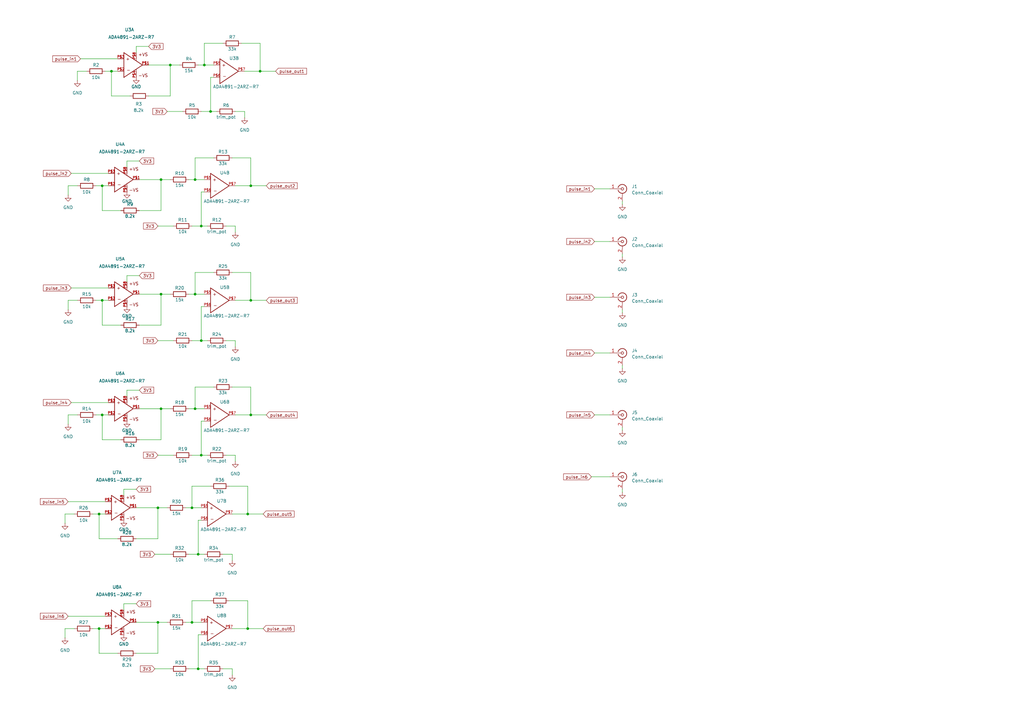
<source format=kicad_sch>
(kicad_sch (version 20250114) (generator "eeschema") (generator_version "9.0")
  (paper "A3")
  (lib_symbols
    (symbol "ADA4891-2ARZ-R7:ADA4891-2ARZ-R7" (pin_names (offset 1.016))
      (property "Reference" "U" (at 7.62 2.54 0))
      (property "Value" "ADA4891-2ARZ-R7" (at 7.62 -3.81 0))
      (symbol "ADA4891-2ARZ-R7_1_0"
        (polyline (pts (xy -2.54 5.08) (xy -2.54 -5.08)) (stroke (width 0.254)))
        (polyline (pts (xy -2.54 -5.08) (xy 5.08 0)) (stroke (width 0.254)))
        (polyline (pts (xy 2.54 2.54) (xy 2.54 1.778)) (stroke (width 0.1524)))
        (polyline (pts (xy 2.54 -2.54) (xy 2.54 -1.778)) (stroke (width 0.1524)))
        (polyline (pts (xy 5.08 0) (xy -2.54 5.08)) (stroke (width 0.254)))
        (text "+" (at -1.778 1.778 0) (effects (font (size 1.27 1.27)) (justify left bottom)))
        (text "-" (at -1.524 -2.794 0) (effects (font (size 1.27 1.27)) (justify left bottom)))
        (text "+VS" (at 3.302 3.556 0) (effects (font (size 1.27 1.27)) (justify left bottom)))
        (text "-VS" (at 3.302 -3.556 0) (effects (font (size 1.27 1.27)) (justify left top)))
        (pin input line (at -5.08 2.54 0) (length 2.54) (name "~") (number "P$3"))
        (pin input line (at -5.08 -2.54 0) (length 2.54) (name "~") (number "P$2"))
        (pin input line (at 2.54 5.08 270) (length 2.54) (name "~") (number "P$8"))
        (pin input line (at 2.54 -5.08 90) (length 2.54) (name "~") (number "P$4"))
        (pin output line (at 7.62 0 180) (length 2.54) (name "~") (number "P$1"))
      )
      (symbol "ADA4891-2ARZ-R7_2_0"
        (polyline (pts (xy -2.54 5.08) (xy -2.54 -5.08)) (stroke (width 0.254)))
        (polyline (pts (xy -2.54 -5.08) (xy 5.08 0)) (stroke (width 0.254)))
        (polyline (pts (xy 5.08 0) (xy -2.54 5.08)) (stroke (width 0.254)))
        (text "+" (at -1.778 1.778 0) (effects (font (size 1.27 1.27)) (justify left bottom)))
        (text "-" (at -1.524 -2.794 0) (effects (font (size 1.27 1.27)) (justify left bottom)))
        (pin input line (at -5.08 2.54 0) (length 2.54) (name "~") (number "P$5"))
        (pin input line (at -5.08 -2.54 0) (length 2.54) (name "~") (number "P$6"))
        (pin output line (at 7.62 0 180) (length 2.54) (name "~") (number "P$7"))
      )
    )
    (symbol "Connector:Conn_Coaxial" (pin_names (offset 1.016) (hide yes))
      (property "Reference" "J" (at 0.254 3.048 0))
      (property "Value" "Conn_Coaxial" (at 2.921 0 90))
      (symbol "Conn_Coaxial_0_1"
        (polyline (pts (xy -2.54 0) (xy -0.508 0)))
        (arc (start 1.778 0) (mid 0.222 -1.8079) (end -1.778 -0.508) (stroke (width 0.254)))
        (arc (start -1.778 0.508) (mid 0.2221 1.8084) (end 1.778 0) (stroke (width 0.254)))
        (circle (center 0 0) (radius 0.508) (stroke (width 0.2032)))
        (polyline (pts (xy 0 -2.54) (xy 0 -1.778)))
      )
      (symbol "Conn_Coaxial_1_1"
        (pin passive line (at -5.08 0 0) (length 2.54) (name "In") (number "1"))
        (pin passive line (at 0 -5.08 90) (length 2.54) (name "Ext") (number "2"))
      )
    )
    (symbol "Device:R" (pin_numbers (hide yes)) (pin_names (offset 0))
      (property "Reference" "R" (at 2.032 0 90))
      (property "Value" "R" (at 0 0 90))
      (symbol "R_0_1"
        (rectangle (start -1.016 -2.54) (end 1.016 2.54) (stroke (width 0.254)))
      )
      (symbol "R_1_1"
        (pin passive line (at 0 3.81 270) (length 1.27) (name "~") (number "1"))
        (pin passive line (at 0 -3.81 90) (length 1.27) (name "~") (number "2"))
      )
    )
    (symbol "power:GND" (power) (pin_numbers (hide yes)) (pin_names (offset 0) (hide yes))
      (property "Value" "GND" (at 0 -3.81 0))
      (symbol "GND_0_1"
        (polyline (pts (xy 0 0) (xy 0 -1.27) (xy 1.27 -1.27) (xy 0 -2.54) (xy -1.27 -1.27) (xy 0 -1.27)))
      )
      (symbol "GND_1_1"
        (pin power_in line (at 0 0 270) (length 0) (name "~") (number "1"))
      )
    )
  )
  (junction (at 82.55 139.7))
  (junction (at 64.77 255.27))
  (junction (at 101.6 210.82))
  (junction (at 40.64 257.81))
  (junction (at 102.87 123.19))
  (junction (at 86.36 45.72))
  (junction (at 66.04 120.65))
  (junction (at 80.01 120.65))
  (junction (at 102.87 76.2))
  (junction (at 78.74 255.27))
  (junction (at 66.04 73.66))
  (junction (at 64.77 208.28))
  (junction (at 106.68 29.21))
  (junction (at 41.91 76.2))
  (junction (at 78.74 208.28))
  (junction (at 40.64 210.82))
  (junction (at 69.85 26.67))
  (junction (at 80.01 73.66))
  (junction (at 41.91 170.18))
  (junction (at 66.04 167.64))
  (junction (at 82.55 186.69))
  (junction (at 101.6 257.81))
  (junction (at 81.28 274.32))
  (junction (at 81.28 227.33))
  (junction (at 83.82 26.67))
  (junction (at 80.01 167.64))
  (junction (at 41.91 123.19))
  (junction (at 82.55 92.71))
  (junction (at 102.87 170.18))
  (junction (at 45.72 29.21))
  (wire (pts (xy 102.87 158.75) (xy 102.87 170.18)))
  (wire (pts (xy 27.94 123.19) (xy 31.75 123.19)))
  (wire (pts (xy 83.82 26.67) (xy 83.82 17.78)))
  (wire (pts (xy 52.07 113.03) (xy 57.15 113.03)))
  (wire (pts (xy 64.77 220.98) (xy 64.77 208.28)))
  (wire (pts (xy 41.91 76.2) (xy 41.91 86.36)))
  (wire (pts (xy 41.91 123.19) (xy 41.91 133.35)))
  (wire (pts (xy 41.91 76.2) (xy 44.45 76.2)))
  (wire (pts (xy 95.25 227.33) (xy 95.25 229.87)))
  (wire (pts (xy 81.28 227.33) (xy 83.82 227.33)))
  (wire (pts (xy 41.91 170.18) (xy 41.91 180.34)))
  (wire (pts (xy 243.84 144.78) (xy 250.19 144.78)))
  (wire (pts (xy 95.25 274.32) (xy 95.25 276.86)))
  (wire (pts (xy 95.25 210.82) (xy 101.6 210.82)))
  (wire (pts (xy 55.88 255.27) (xy 64.77 255.27)))
  (wire (pts (xy 83.82 26.67) (xy 87.63 26.67)))
  (wire (pts (xy 57.15 167.64) (xy 66.04 167.64)))
  (wire (pts (xy 50.8 247.65) (xy 55.88 247.65)))
  (wire (pts (xy 27.94 205.74) (xy 43.18 205.74)))
  (wire (pts (xy 66.04 73.66) (xy 69.85 73.66)))
  (wire (pts (xy 26.67 210.82) (xy 30.48 210.82)))
  (wire (pts (xy 101.6 257.81) (xy 107.95 257.81)))
  (wire (pts (xy 64.77 186.69) (xy 71.12 186.69)))
  (wire (pts (xy 102.87 170.18) (xy 109.22 170.18)))
  (wire (pts (xy 26.67 261.62) (xy 26.67 257.81)))
  (wire (pts (xy 41.91 170.18) (xy 44.45 170.18)))
  (wire (pts (xy 63.5 227.33) (xy 69.85 227.33)))
  (wire (pts (xy 95.25 64.77) (xy 102.87 64.77)))
  (wire (pts (xy 29.21 118.11) (xy 44.45 118.11)))
  (wire (pts (xy 255.27 104.14) (xy 255.27 105.41)))
  (wire (pts (xy 255.27 149.86) (xy 255.27 151.13)))
  (wire (pts (xy 91.44 227.33) (xy 95.25 227.33)))
  (wire (pts (xy 55.88 21.59) (xy 55.88 19.05)))
  (wire (pts (xy 82.55 186.69) (xy 85.09 186.69)))
  (wire (pts (xy 77.47 167.64) (xy 80.01 167.64)))
  (wire (pts (xy 31.75 33.02) (xy 31.75 29.21)))
  (wire (pts (xy 96.52 92.71) (xy 96.52 95.25)))
  (wire (pts (xy 77.47 227.33) (xy 81.28 227.33)))
  (wire (pts (xy 100.33 29.21) (xy 106.68 29.21)))
  (wire (pts (xy 43.18 29.21) (xy 45.72 29.21)))
  (wire (pts (xy 81.28 260.35) (xy 81.28 274.32)))
  (wire (pts (xy 55.88 19.05) (xy 60.96 19.05)))
  (wire (pts (xy 78.74 186.69) (xy 82.55 186.69)))
  (wire (pts (xy 243.84 121.92) (xy 250.19 121.92)))
  (wire (pts (xy 100.33 45.72) (xy 100.33 48.26)))
  (wire (pts (xy 82.55 92.71) (xy 85.09 92.71)))
  (wire (pts (xy 86.36 45.72) (xy 88.9 45.72)))
  (wire (pts (xy 64.77 92.71) (xy 71.12 92.71)))
  (wire (pts (xy 45.72 39.37) (xy 53.34 39.37)))
  (wire (pts (xy 39.37 123.19) (xy 41.91 123.19)))
  (wire (pts (xy 80.01 120.65) (xy 83.82 120.65)))
  (wire (pts (xy 80.01 64.77) (xy 87.63 64.77)))
  (wire (pts (xy 81.28 274.32) (xy 83.82 274.32)))
  (wire (pts (xy 80.01 73.66) (xy 80.01 64.77)))
  (wire (pts (xy 31.75 29.21) (xy 35.56 29.21)))
  (wire (pts (xy 41.91 180.34) (xy 49.53 180.34)))
  (wire (pts (xy 92.71 186.69) (xy 96.52 186.69)))
  (wire (pts (xy 81.28 213.36) (xy 81.28 227.33)))
  (wire (pts (xy 96.52 45.72) (xy 100.33 45.72)))
  (wire (pts (xy 80.01 167.64) (xy 80.01 158.75)))
  (wire (pts (xy 27.94 127) (xy 27.94 123.19)))
  (wire (pts (xy 82.55 172.72) (xy 82.55 186.69)))
  (wire (pts (xy 78.74 92.71) (xy 82.55 92.71)))
  (wire (pts (xy 52.07 115.57) (xy 52.07 113.03)))
  (wire (pts (xy 81.28 26.67) (xy 83.82 26.67)))
  (wire (pts (xy 39.37 76.2) (xy 41.91 76.2)))
  (wire (pts (xy 93.98 199.39) (xy 101.6 199.39)))
  (wire (pts (xy 106.68 29.21) (xy 113.03 29.21)))
  (wire (pts (xy 96.52 139.7) (xy 96.52 142.24)))
  (wire (pts (xy 102.87 64.77) (xy 102.87 76.2)))
  (wire (pts (xy 83.82 78.74) (xy 82.55 78.74)))
  (wire (pts (xy 55.88 208.28) (xy 64.77 208.28)))
  (wire (pts (xy 78.74 199.39) (xy 86.36 199.39)))
  (wire (pts (xy 78.74 208.28) (xy 78.74 199.39)))
  (wire (pts (xy 106.68 17.78) (xy 106.68 29.21)))
  (wire (pts (xy 27.94 80.01) (xy 27.94 76.2)))
  (wire (pts (xy 45.72 29.21) (xy 48.26 29.21)))
  (wire (pts (xy 92.71 92.71) (xy 96.52 92.71)))
  (wire (pts (xy 57.15 73.66) (xy 66.04 73.66)))
  (wire (pts (xy 82.55 172.72) (xy 83.82 172.72)))
  (wire (pts (xy 64.77 255.27) (xy 68.58 255.27)))
  (wire (pts (xy 80.01 167.64) (xy 83.82 167.64)))
  (wire (pts (xy 40.64 210.82) (xy 40.64 220.98)))
  (wire (pts (xy 92.71 139.7) (xy 96.52 139.7)))
  (wire (pts (xy 40.64 257.81) (xy 40.64 267.97)))
  (wire (pts (xy 52.07 66.04) (xy 57.15 66.04)))
  (wire (pts (xy 38.1 210.82) (xy 40.64 210.82)))
  (wire (pts (xy 80.01 111.76) (xy 87.63 111.76)))
  (wire (pts (xy 96.52 123.19) (xy 102.87 123.19)))
  (wire (pts (xy 76.2 255.27) (xy 78.74 255.27)))
  (wire (pts (xy 255.27 82.55) (xy 255.27 83.82)))
  (wire (pts (xy 243.84 170.18) (xy 250.19 170.18)))
  (wire (pts (xy 80.01 73.66) (xy 83.82 73.66)))
  (wire (pts (xy 93.98 246.38) (xy 101.6 246.38)))
  (wire (pts (xy 102.87 123.19) (xy 109.22 123.19)))
  (wire (pts (xy 81.28 213.36) (xy 82.55 213.36)))
  (wire (pts (xy 255.27 200.66) (xy 255.27 201.93)))
  (wire (pts (xy 82.55 45.72) (xy 86.36 45.72)))
  (wire (pts (xy 83.82 17.78) (xy 91.44 17.78)))
  (wire (pts (xy 66.04 133.35) (xy 66.04 120.65)))
  (wire (pts (xy 78.74 208.28) (xy 82.55 208.28)))
  (wire (pts (xy 82.55 125.73) (xy 83.82 125.73)))
  (wire (pts (xy 50.8 250.19) (xy 50.8 247.65)))
  (wire (pts (xy 27.94 173.99) (xy 27.94 170.18)))
  (wire (pts (xy 80.01 120.65) (xy 80.01 111.76)))
  (wire (pts (xy 68.58 45.72) (xy 74.93 45.72)))
  (wire (pts (xy 242.57 195.58) (xy 250.19 195.58)))
  (wire (pts (xy 50.8 203.2) (xy 50.8 200.66)))
  (wire (pts (xy 63.5 274.32) (xy 69.85 274.32)))
  (wire (pts (xy 78.74 246.38) (xy 86.36 246.38)))
  (wire (pts (xy 57.15 133.35) (xy 66.04 133.35)))
  (wire (pts (xy 52.07 68.58) (xy 52.07 66.04)))
  (wire (pts (xy 82.55 125.73) (xy 82.55 139.7)))
  (wire (pts (xy 77.47 73.66) (xy 80.01 73.66)))
  (wire (pts (xy 80.01 158.75) (xy 87.63 158.75)))
  (wire (pts (xy 52.07 160.02) (xy 57.15 160.02)))
  (wire (pts (xy 96.52 186.69) (xy 96.52 189.23)))
  (wire (pts (xy 243.84 77.47) (xy 250.19 77.47)))
  (wire (pts (xy 101.6 199.39) (xy 101.6 210.82)))
  (wire (pts (xy 77.47 120.65) (xy 80.01 120.65)))
  (wire (pts (xy 69.85 26.67) (xy 73.66 26.67)))
  (wire (pts (xy 78.74 139.7) (xy 82.55 139.7)))
  (wire (pts (xy 101.6 210.82) (xy 107.95 210.82)))
  (wire (pts (xy 40.64 267.97) (xy 48.26 267.97)))
  (wire (pts (xy 41.91 123.19) (xy 44.45 123.19)))
  (wire (pts (xy 66.04 120.65) (xy 69.85 120.65)))
  (wire (pts (xy 60.96 39.37) (xy 69.85 39.37)))
  (wire (pts (xy 27.94 76.2) (xy 31.75 76.2)))
  (wire (pts (xy 55.88 267.97) (xy 64.77 267.97)))
  (wire (pts (xy 29.21 165.1) (xy 44.45 165.1)))
  (wire (pts (xy 60.96 26.67) (xy 69.85 26.67)))
  (wire (pts (xy 41.91 133.35) (xy 49.53 133.35)))
  (wire (pts (xy 255.27 127) (xy 255.27 128.27)))
  (wire (pts (xy 33.02 24.13) (xy 48.26 24.13)))
  (wire (pts (xy 95.25 158.75) (xy 102.87 158.75)))
  (wire (pts (xy 66.04 86.36) (xy 66.04 73.66)))
  (wire (pts (xy 27.94 252.73) (xy 43.18 252.73)))
  (wire (pts (xy 255.27 175.26) (xy 255.27 176.53)))
  (wire (pts (xy 77.47 274.32) (xy 81.28 274.32)))
  (wire (pts (xy 96.52 170.18) (xy 102.87 170.18)))
  (wire (pts (xy 95.25 111.76) (xy 102.87 111.76)))
  (wire (pts (xy 39.37 170.18) (xy 41.91 170.18)))
  (wire (pts (xy 57.15 180.34) (xy 66.04 180.34)))
  (wire (pts (xy 55.88 220.98) (xy 64.77 220.98)))
  (wire (pts (xy 27.94 170.18) (xy 31.75 170.18)))
  (wire (pts (xy 64.77 267.97) (xy 64.77 255.27)))
  (wire (pts (xy 26.67 214.63) (xy 26.67 210.82)))
  (wire (pts (xy 40.64 220.98) (xy 48.26 220.98)))
  (wire (pts (xy 76.2 208.28) (xy 78.74 208.28)))
  (wire (pts (xy 99.06 17.78) (xy 106.68 17.78)))
  (wire (pts (xy 64.77 208.28) (xy 68.58 208.28)))
  (wire (pts (xy 69.85 39.37) (xy 69.85 26.67)))
  (wire (pts (xy 243.84 99.06) (xy 250.19 99.06)))
  (wire (pts (xy 101.6 246.38) (xy 101.6 257.81)))
  (wire (pts (xy 40.64 210.82) (xy 43.18 210.82)))
  (wire (pts (xy 66.04 180.34) (xy 66.04 167.64)))
  (wire (pts (xy 82.55 78.74) (xy 82.55 92.71)))
  (wire (pts (xy 87.63 31.75) (xy 86.36 31.75)))
  (wire (pts (xy 40.64 257.81) (xy 43.18 257.81)))
  (wire (pts (xy 41.91 86.36) (xy 49.53 86.36)))
  (wire (pts (xy 57.15 86.36) (xy 66.04 86.36)))
  (wire (pts (xy 78.74 255.27) (xy 78.74 246.38)))
  (wire (pts (xy 38.1 257.81) (xy 40.64 257.81)))
  (wire (pts (xy 66.04 167.64) (xy 69.85 167.64)))
  (wire (pts (xy 57.15 120.65) (xy 66.04 120.65)))
  (wire (pts (xy 86.36 31.75) (xy 86.36 45.72)))
  (wire (pts (xy 52.07 162.56) (xy 52.07 160.02)))
  (wire (pts (xy 91.44 274.32) (xy 95.25 274.32)))
  (wire (pts (xy 81.28 260.35) (xy 82.55 260.35)))
  (wire (pts (xy 78.74 255.27) (xy 82.55 255.27)))
  (wire (pts (xy 64.77 139.7) (xy 71.12 139.7)))
  (wire (pts (xy 26.67 257.81) (xy 30.48 257.81)))
  (wire (pts (xy 45.72 29.21) (xy 45.72 39.37)))
  (wire (pts (xy 95.25 257.81) (xy 101.6 257.81)))
  (wire (pts (xy 82.55 139.7) (xy 85.09 139.7)))
  (wire (pts (xy 102.87 76.2) (xy 109.22 76.2)))
  (wire (pts (xy 50.8 200.66) (xy 55.88 200.66)))
  (wire (pts (xy 102.87 111.76) (xy 102.87 123.19)))
  (wire (pts (xy 29.21 71.12) (xy 44.45 71.12)))
  (wire (pts (xy 96.52 76.2) (xy 102.87 76.2)))
  (global_label "pulse_out6" (shape input) (at 107.95 257.81 0) (property "Intersheetrefs" "${INTERSHEET_REFS}" (effects (hide yes))))
  (global_label "3V3" (shape input) (at 64.77 139.7 180) (property "Intersheetrefs" "${INTERSHEET_REFS}" (effects (hide yes))))
  (global_label "pulse_in3" (shape input) (at 243.84 121.92 180) (property "Intersheetrefs" "${INTERSHEET_REFS}" (effects (hide yes))))
  (global_label "3V3" (shape input) (at 68.58 45.72 180) (property "Intersheetrefs" "${INTERSHEET_REFS}" (effects (hide yes))))
  (global_label "3V3" (shape input) (at 64.77 186.69 180) (property "Intersheetrefs" "${INTERSHEET_REFS}" (effects (hide yes))))
  (global_label "pulse_in3" (shape input) (at 29.21 118.11 180) (property "Intersheetrefs" "${INTERSHEET_REFS}" (effects (hide yes))))
  (global_label "3V3" (shape input) (at 60.96 19.05 0) (property "Intersheetrefs" "${INTERSHEET_REFS}" (effects (hide yes))))
  (global_label "pulse_out4" (shape input) (at 109.22 170.18 0) (property "Intersheetrefs" "${INTERSHEET_REFS}" (effects (hide yes))))
  (global_label "pulse_out1" (shape input) (at 113.03 29.21 0) (property "Intersheetrefs" "${INTERSHEET_REFS}" (effects (hide yes))))
  (global_label "pulse_out5" (shape input) (at 107.95 210.82 0) (property "Intersheetrefs" "${INTERSHEET_REFS}" (effects (hide yes))))
  (global_label "pulse_in4" (shape input) (at 243.84 144.78 180) (property "Intersheetrefs" "${INTERSHEET_REFS}" (effects (hide yes))))
  (global_label "pulse_out3" (shape input) (at 109.22 123.19 0) (property "Intersheetrefs" "${INTERSHEET_REFS}" (effects (hide yes))))
  (global_label "pulse_in1" (shape input) (at 33.02 24.13 180) (property "Intersheetrefs" "${INTERSHEET_REFS}" (effects (hide yes))))
  (global_label "3V3" (shape input) (at 63.5 227.33 180) (property "Intersheetrefs" "${INTERSHEET_REFS}" (effects (hide yes))))
  (global_label "pulse_in5" (shape input) (at 243.84 170.18 180) (property "Intersheetrefs" "${INTERSHEET_REFS}" (effects (hide yes))))
  (global_label "pulse_in5" (shape input) (at 27.94 205.74 180) (property "Intersheetrefs" "${INTERSHEET_REFS}" (effects (hide yes))))
  (global_label "pulse_in2" (shape input) (at 243.84 99.06 180) (property "Intersheetrefs" "${INTERSHEET_REFS}" (effects (hide yes))))
  (global_label "pulse_in6" (shape input) (at 27.94 252.73 180) (property "Intersheetrefs" "${INTERSHEET_REFS}" (effects (hide yes))))
  (global_label "3V3" (shape input) (at 57.15 66.04 0) (property "Intersheetrefs" "${INTERSHEET_REFS}" (effects (hide yes))))
  (global_label "pulse_in4" (shape input) (at 29.21 165.1 180) (property "Intersheetrefs" "${INTERSHEET_REFS}" (effects (hide yes))))
  (global_label "3V3" (shape input) (at 57.15 160.02 0) (property "Intersheetrefs" "${INTERSHEET_REFS}" (effects (hide yes))))
  (global_label "pulse_in6" (shape input) (at 242.57 195.58 180) (property "Intersheetrefs" "${INTERSHEET_REFS}" (effects (hide yes))))
  (global_label "pulse_in2" (shape input) (at 29.21 71.12 180) (property "Intersheetrefs" "${INTERSHEET_REFS}" (effects (hide yes))))
  (global_label "3V3" (shape input) (at 57.15 113.03 0) (property "Intersheetrefs" "${INTERSHEET_REFS}" (effects (hide yes))))
  (global_label "3V3" (shape input) (at 64.77 92.71 180) (property "Intersheetrefs" "${INTERSHEET_REFS}" (effects (hide yes))))
  (global_label "pulse_in1" (shape input) (at 243.84 77.47 180) (property "Intersheetrefs" "${INTERSHEET_REFS}" (effects (hide yes))))
  (global_label "3V3" (shape input) (at 63.5 274.32 180) (property "Intersheetrefs" "${INTERSHEET_REFS}" (effects (hide yes))))
  (global_label "3V3" (shape input) (at 55.88 200.66 0) (property "Intersheetrefs" "${INTERSHEET_REFS}" (effects (hide yes))))
  (global_label "3V3" (shape input) (at 55.88 247.65 0) (property "Intersheetrefs" "${INTERSHEET_REFS}" (effects (hide yes))))
  (global_label "pulse_out2" (shape input) (at 109.22 76.2 0) (property "Intersheetrefs" "${INTERSHEET_REFS}" (effects (hide yes))))
  (symbol (lib_id "ADA4891-2ARZ-R7:ADA4891-2ARZ-R7") (at 87.63 210.82 0) (unit 2)
    (property "Reference" "U7" (at 90.932 205.486 0))
    (property "Value" "ADA4891-2ARZ-R7" (at 91.694 217.17 0))
    (property "Footprint" "ADA4891:SOIC8" (effects (hide yes)))
    (property "MF" "Analog Devices" (effects (hide yes)))
    (property "Description_1" "Low Cost CMOS, High Speed, Rail-to-Rail Amplifiers (Dual)" (effects (hide yes)))
    (property "Package" "SOIC-8 Analog Devices" (effects (hide yes)))
    (property "PARTNO" "ADA4891-2ARZ-R7CT-ND" (effects (hide yes)))
    (property "Price" "None" (effects (hide yes)))
    (property "SnapEDA_Link" "https://www.snapeda.com/parts/ADA4891-2ARZ-R7/Analog+Devices/view-part/?ref=snap" (effects (hide yes)))
    (property "MP" "ADA4891-2ARZ-R7" (effects (hide yes)))
    (property "Availability" "In Stock" (effects (hide yes)))
    (property "Check_prices" "https://www.snapeda.com/parts/ADA4891-2ARZ-R7/Analog+Devices/view-part/?ref=eda" (effects (hide yes)))
  )
  (symbol (lib_id "power:GND") (at 95.25 276.86 0) (unit 1)
    (property "Reference" "#PWR024" (effects (hide yes)))
    (property "Value" "GND" (at 95.25 281.94 0))
    (property "Description" "Power symbol creates a global label with name \"GND\" , ground" (effects (hide yes)))
  )
  (symbol (lib_id "Connector:Conn_Coaxial") (at 255.27 99.06 0) (unit 1)
    (property "Reference" "J2" (at 259.08 98.0831 0) (effects (justify left)))
    (property "Value" "Conn_Coaxial" (at 259.08 100.6231 0) (effects (justify left)))
    (property "Footprint" "Connector_Coaxial:BNC_Amphenol_B6252HB-NPP3G-50_Horizontal" (effects (hide yes)))
    (property "Description" "coaxial connector (BNC, SMA, SMB, SMC, Cinch/RCA, LEMO, ...)" (effects (hide yes)))
  )
  (symbol (lib_id "power:GND") (at 27.94 127 0) (unit 1)
    (property "Reference" "#PWR016" (effects (hide yes)))
    (property "Value" "GND" (at 27.94 132.08 0))
    (property "Description" "Power symbol creates a global label with name \"GND\" , ground" (effects (hide yes)))
  )
  (symbol (lib_id "power:GND") (at 26.67 214.63 0) (unit 1)
    (property "Reference" "#PWR021" (effects (hide yes)))
    (property "Value" "GND" (at 26.67 219.71 0))
    (property "Description" "Power symbol creates a global label with name \"GND\" , ground" (effects (hide yes)))
  )
  (symbol (lib_id "Device:R") (at 35.56 123.19 90) (unit 1)
    (property "Reference" "R15" (at 35.56 120.65 90))
    (property "Value" "10k" (at 35.56 125.73 90))
    (property "Footprint" "Resistor_THT:R_Axial_DIN0309_L9.0mm_D3.2mm_P12.70mm_Horizontal" (effects (hide yes)))
    (property "Description" "Resistor" (effects (hide yes)))
  )
  (symbol (lib_id "Device:R") (at 74.93 139.7 90) (unit 1)
    (property "Reference" "R21" (at 74.93 137.16 90))
    (property "Value" "10k" (at 74.93 141.986 90))
    (property "Footprint" "Resistor_THT:R_Axial_DIN0309_L9.0mm_D3.2mm_P12.70mm_Horizontal" (effects (hide yes)))
    (property "Description" "Resistor" (effects (hide yes)))
  )
  (symbol (lib_id "ADA4891-2ARZ-R7:ADA4891-2ARZ-R7") (at 49.53 167.64 0) (unit 1)
    (property "Reference" "U6" (at 49.276 153.162 0))
    (property "Value" "ADA4891-2ARZ-R7" (at 50.038 156.21 0))
    (property "Footprint" "ADA4891:SOIC8" (effects (hide yes)))
    (property "MF" "Analog Devices" (effects (hide yes)))
    (property "Description_1" "Low Cost CMOS, High Speed, Rail-to-Rail Amplifiers (Dual)" (effects (hide yes)))
    (property "Package" "SOIC-8 Analog Devices" (effects (hide yes)))
    (property "PARTNO" "ADA4891-2ARZ-R7CT-ND" (effects (hide yes)))
    (property "Price" "None" (effects (hide yes)))
    (property "SnapEDA_Link" "https://www.snapeda.com/parts/ADA4891-2ARZ-R7/Analog+Devices/view-part/?ref=snap" (effects (hide yes)))
    (property "MP" "ADA4891-2ARZ-R7" (effects (hide yes)))
    (property "Availability" "In Stock" (effects (hide yes)))
    (property "Check_prices" "https://www.snapeda.com/parts/ADA4891-2ARZ-R7/Analog+Devices/view-part/?ref=eda" (effects (hide yes)))
  )
  (symbol (lib_id "power:GND") (at 96.52 95.25 0) (unit 1)
    (property "Reference" "#PWR013" (effects (hide yes)))
    (property "Value" "GND" (at 96.52 100.33 0))
    (property "Description" "Power symbol creates a global label with name \"GND\" , ground" (effects (hide yes)))
  )
  (symbol (lib_id "Device:R") (at 91.44 64.77 90) (unit 1)
    (property "Reference" "R13" (at 91.44 62.23 90))
    (property "Value" "33k" (at 91.44 67.056 90))
    (property "Footprint" "Resistor_THT:R_Axial_DIN0309_L9.0mm_D3.2mm_P12.70mm_Horizontal" (effects (hide yes)))
    (property "Description" "Resistor" (effects (hide yes)))
  )
  (symbol (lib_id "Device:R") (at 34.29 257.81 90) (unit 1)
    (property "Reference" "R27" (at 34.29 255.27 90))
    (property "Value" "10k" (at 34.29 260.35 90))
    (property "Footprint" "Resistor_THT:R_Axial_DIN0309_L9.0mm_D3.2mm_P12.70mm_Horizontal" (effects (hide yes)))
    (property "Description" "Resistor" (effects (hide yes)))
  )
  (symbol (lib_id "Device:R") (at 88.9 92.71 90) (unit 1)
    (property "Reference" "R12" (at 88.9 90.17 90))
    (property "Value" "trim_pot" (at 88.9 94.996 90))
    (property "Footprint" "Potentiometer_THT:Potentiometer_Bourns_3266Y_Vertical" (effects (hide yes)))
    (property "Description" "Resistor" (effects (hide yes)))
  )
  (symbol (lib_id "ADA4891-2ARZ-R7:ADA4891-2ARZ-R7") (at 88.9 170.18 0) (unit 2)
    (property "Reference" "U6" (at 92.202 164.846 0))
    (property "Value" "ADA4891-2ARZ-R7" (at 92.964 176.53 0))
    (property "Footprint" "ADA4891:SOIC8" (effects (hide yes)))
    (property "MF" "Analog Devices" (effects (hide yes)))
    (property "Description_1" "Low Cost CMOS, High Speed, Rail-to-Rail Amplifiers (Dual)" (effects (hide yes)))
    (property "Package" "SOIC-8 Analog Devices" (effects (hide yes)))
    (property "PARTNO" "ADA4891-2ARZ-R7CT-ND" (effects (hide yes)))
    (property "Price" "None" (effects (hide yes)))
    (property "SnapEDA_Link" "https://www.snapeda.com/parts/ADA4891-2ARZ-R7/Analog+Devices/view-part/?ref=snap" (effects (hide yes)))
    (property "MP" "ADA4891-2ARZ-R7" (effects (hide yes)))
    (property "Availability" "In Stock" (effects (hide yes)))
    (property "Check_prices" "https://www.snapeda.com/parts/ADA4891-2ARZ-R7/Analog+Devices/view-part/?ref=eda" (effects (hide yes)))
  )
  (symbol (lib_id "Device:R") (at 88.9 186.69 90) (unit 1)
    (property "Reference" "R22" (at 88.9 184.15 90))
    (property "Value" "trim_pot" (at 88.9 188.976 90))
    (property "Footprint" "Potentiometer_THT:Potentiometer_Bourns_3266Y_Vertical" (effects (hide yes)))
    (property "Description" "Resistor" (effects (hide yes)))
  )
  (symbol (lib_id "power:GND") (at 255.27 128.27 0) (unit 1)
    (property "Reference" "#PWR05" (effects (hide yes)))
    (property "Value" "GND" (at 255.27 133.35 0))
    (property "Description" "Power symbol creates a global label with name \"GND\" , ground" (effects (hide yes)))
  )
  (symbol (lib_id "Device:R") (at 52.07 267.97 90) (unit 1)
    (property "Reference" "R29" (at 52.07 270.51 90))
    (property "Value" "8.2k" (at 52.07 272.796 90))
    (property "Footprint" "Resistor_THT:R_Axial_DIN0309_L9.0mm_D3.2mm_P12.70mm_Horizontal" (effects (hide yes)))
    (property "Description" "Resistor" (effects (hide yes)))
  )
  (symbol (lib_id "Connector:Conn_Coaxial") (at 255.27 195.58 0) (unit 1)
    (property "Reference" "J6" (at 259.08 194.6031 0) (effects (justify left)))
    (property "Value" "Conn_Coaxial" (at 259.08 197.1431 0) (effects (justify left)))
    (property "Footprint" "Connector_Coaxial:BNC_Amphenol_B6252HB-NPP3G-50_Horizontal" (effects (hide yes)))
    (property "Description" "coaxial connector (BNC, SMA, SMB, SMC, Cinch/RCA, LEMO, ...)" (effects (hide yes)))
  )
  (symbol (lib_id "Device:R") (at 74.93 92.71 90) (unit 1)
    (property "Reference" "R11" (at 74.93 90.17 90))
    (property "Value" "10k" (at 74.93 94.996 90))
    (property "Footprint" "Resistor_THT:R_Axial_DIN0309_L9.0mm_D3.2mm_P12.70mm_Horizontal" (effects (hide yes)))
    (property "Description" "Resistor" (effects (hide yes)))
  )
  (symbol (lib_id "Device:R") (at 73.66 120.65 90) (unit 1)
    (property "Reference" "R20" (at 73.66 118.11 90))
    (property "Value" "15k" (at 73.66 122.936 90))
    (property "Footprint" "Resistor_THT:R_Axial_DIN0309_L9.0mm_D3.2mm_P12.70mm_Horizontal" (effects (hide yes)))
    (property "Description" "Resistor" (effects (hide yes)))
  )
  (symbol (lib_id "ADA4891-2ARZ-R7:ADA4891-2ARZ-R7") (at 49.53 120.65 0) (unit 1)
    (property "Reference" "U5" (at 49.276 106.172 0))
    (property "Value" "ADA4891-2ARZ-R7" (at 50.038 109.22 0))
    (property "Footprint" "ADA4891:SOIC8" (effects (hide yes)))
    (property "MF" "Analog Devices" (effects (hide yes)))
    (property "Description_1" "Low Cost CMOS, High Speed, Rail-to-Rail Amplifiers (Dual)" (effects (hide yes)))
    (property "Package" "SOIC-8 Analog Devices" (effects (hide yes)))
    (property "PARTNO" "ADA4891-2ARZ-R7CT-ND" (effects (hide yes)))
    (property "Price" "None" (effects (hide yes)))
    (property "SnapEDA_Link" "https://www.snapeda.com/parts/ADA4891-2ARZ-R7/Analog+Devices/view-part/?ref=snap" (effects (hide yes)))
    (property "MP" "ADA4891-2ARZ-R7" (effects (hide yes)))
    (property "Availability" "In Stock" (effects (hide yes)))
    (property "Check_prices" "https://www.snapeda.com/parts/ADA4891-2ARZ-R7/Analog+Devices/view-part/?ref=eda" (effects (hide yes)))
  )
  (symbol (lib_id "Device:R") (at 87.63 274.32 90) (unit 1)
    (property "Reference" "R35" (at 87.63 271.78 90))
    (property "Value" "trim_pot" (at 87.63 276.606 90))
    (property "Footprint" "Potentiometer_THT:Potentiometer_Bourns_3266Y_Vertical" (effects (hide yes)))
    (property "Description" "Resistor" (effects (hide yes)))
  )
  (symbol (lib_id "Device:R") (at 35.56 76.2 90) (unit 1)
    (property "Reference" "R8" (at 35.56 73.66 90))
    (property "Value" "10k" (at 35.56 78.74 90))
    (property "Footprint" "Resistor_THT:R_Axial_DIN0309_L9.0mm_D3.2mm_P12.70mm_Horizontal" (effects (hide yes)))
    (property "Description" "Resistor" (effects (hide yes)))
  )
  (symbol (lib_id "Device:R") (at 53.34 180.34 90) (unit 1)
    (property "Reference" "R16" (at 53.34 177.8 90))
    (property "Value" "8.2k" (at 53.34 182.626 90))
    (property "Footprint" "Resistor_THT:R_Axial_DIN0309_L9.0mm_D3.2mm_P12.70mm_Horizontal" (effects (hide yes)))
    (property "Description" "Resistor" (effects (hide yes)))
  )
  (symbol (lib_id "Connector:Conn_Coaxial") (at 255.27 77.47 0) (unit 1)
    (property "Reference" "J1" (at 259.08 76.4931 0) (effects (justify left)))
    (property "Value" "Conn_Coaxial" (at 259.08 79.0331 0) (effects (justify left)))
    (property "Footprint" "Connector_Coaxial:BNC_Amphenol_B6252HB-NPP3G-50_Horizontal" (effects (hide yes)))
    (property "Description" "coaxial connector (BNC, SMA, SMB, SMC, Cinch/RCA, LEMO, ...)" (effects (hide yes)))
  )
  (symbol (lib_id "power:GND") (at 50.8 260.35 0) (unit 1)
    (property "Reference" "#PWR026" (effects (hide yes)))
    (property "Value" "GND" (at 50.8 264.16 0))
    (property "Description" "Power symbol creates a global label with name \"GND\" , ground" (effects (hide yes)))
  )
  (symbol (lib_id "Device:R") (at 88.9 139.7 90) (unit 1)
    (property "Reference" "R24" (at 88.9 137.16 90))
    (property "Value" "trim_pot" (at 88.9 141.986 90))
    (property "Footprint" "Potentiometer_THT:Potentiometer_Bourns_3266Y_Vertical" (effects (hide yes)))
    (property "Description" "Resistor" (effects (hide yes)))
  )
  (symbol (lib_id "power:GND") (at 50.8 213.36 0) (unit 1)
    (property "Reference" "#PWR025" (effects (hide yes)))
    (property "Value" "GND" (at 50.8 217.17 0))
    (property "Description" "Power symbol creates a global label with name \"GND\" , ground" (effects (hide yes)))
  )
  (symbol (lib_id "power:GND") (at 52.07 125.73 0) (unit 1)
    (property "Reference" "#PWR019" (effects (hide yes)))
    (property "Value" "GND" (at 52.07 129.54 0))
    (property "Description" "Power symbol creates a global label with name \"GND\" , ground" (effects (hide yes)))
  )
  (symbol (lib_id "Device:R") (at 57.15 39.37 90) (unit 1)
    (property "Reference" "R3" (at 56.896 42.672 90))
    (property "Value" "8.2k" (at 56.896 45.212 90))
    (property "Footprint" "Resistor_THT:R_Axial_DIN0309_L9.0mm_D3.2mm_P12.70mm_Horizontal" (effects (hide yes)))
    (property "Description" "Resistor" (effects (hide yes)))
  )
  (symbol (lib_id "power:GND") (at 31.75 33.02 0) (unit 1)
    (property "Reference" "#PWR09" (effects (hide yes)))
    (property "Value" "GND" (at 31.75 38.1 0))
    (property "Description" "Power symbol creates a global label with name \"GND\" , ground" (effects (hide yes)))
  )
  (symbol (lib_id "Device:R") (at 34.29 210.82 90) (unit 1)
    (property "Reference" "R26" (at 34.29 208.28 90))
    (property "Value" "10k" (at 34.29 213.36 90))
    (property "Footprint" "Resistor_THT:R_Axial_DIN0309_L9.0mm_D3.2mm_P12.70mm_Horizontal" (effects (hide yes)))
    (property "Description" "Resistor" (effects (hide yes)))
  )
  (symbol (lib_id "Connector:Conn_Coaxial") (at 255.27 121.92 0) (unit 1)
    (property "Reference" "J3" (at 259.08 120.9431 0) (effects (justify left)))
    (property "Value" "Conn_Coaxial" (at 259.08 123.4831 0) (effects (justify left)))
    (property "Footprint" "Connector_Coaxial:BNC_Amphenol_B6252HB-NPP3G-50_Horizontal" (effects (hide yes)))
    (property "Description" "coaxial connector (BNC, SMA, SMB, SMC, Cinch/RCA, LEMO, ...)" (effects (hide yes)))
  )
  (symbol (lib_id "Device:R") (at 87.63 227.33 90) (unit 1)
    (property "Reference" "R34" (at 87.63 224.79 90))
    (property "Value" "trim_pot" (at 87.63 229.616 90))
    (property "Footprint" "Potentiometer_THT:Potentiometer_Bourns_3266Y_Vertical" (effects (hide yes)))
    (property "Description" "Resistor" (effects (hide yes)))
  )
  (symbol (lib_id "power:GND") (at 27.94 173.99 0) (unit 1)
    (property "Reference" "#PWR015" (effects (hide yes)))
    (property "Value" "GND" (at 27.94 179.07 0))
    (property "Description" "Power symbol creates a global label with name \"GND\" , ground" (effects (hide yes)))
  )
  (symbol (lib_id "ADA4891-2ARZ-R7:ADA4891-2ARZ-R7") (at 48.26 255.27 0) (unit 1)
    (property "Reference" "U8" (at 48.006 240.792 0))
    (property "Value" "ADA4891-2ARZ-R7" (at 48.768 243.84 0))
    (property "Footprint" "ADA4891:SOIC8" (effects (hide yes)))
    (property "MF" "Analog Devices" (effects (hide yes)))
    (property "Description_1" "Low Cost CMOS, High Speed, Rail-to-Rail Amplifiers (Dual)" (effects (hide yes)))
    (property "Package" "SOIC-8 Analog Devices" (effects (hide yes)))
    (property "PARTNO" "ADA4891-2ARZ-R7CT-ND" (effects (hide yes)))
    (property "Price" "None" (effects (hide yes)))
    (property "SnapEDA_Link" "https://www.snapeda.com/parts/ADA4891-2ARZ-R7/Analog+Devices/view-part/?ref=snap" (effects (hide yes)))
    (property "MP" "ADA4891-2ARZ-R7" (effects (hide yes)))
    (property "Availability" "In Stock" (effects (hide yes)))
    (property "Check_prices" "https://www.snapeda.com/parts/ADA4891-2ARZ-R7/Analog+Devices/view-part/?ref=eda" (effects (hide yes)))
  )
  (symbol (lib_id "Device:R") (at 72.39 255.27 90) (unit 1)
    (property "Reference" "R31" (at 72.39 252.73 90))
    (property "Value" "15k" (at 72.39 257.556 90))
    (property "Footprint" "Resistor_THT:R_Axial_DIN0309_L9.0mm_D3.2mm_P12.70mm_Horizontal" (effects (hide yes)))
    (property "Description" "Resistor" (effects (hide yes)))
  )
  (symbol (lib_id "Device:R") (at 53.34 133.35 90) (unit 1)
    (property "Reference" "R17" (at 53.34 130.81 90))
    (property "Value" "8.2k" (at 53.34 135.636 90))
    (property "Footprint" "Resistor_THT:R_Axial_DIN0309_L9.0mm_D3.2mm_P12.70mm_Horizontal" (effects (hide yes)))
    (property "Description" "Resistor" (effects (hide yes)))
  )
  (symbol (lib_id "power:GND") (at 255.27 151.13 0) (unit 1)
    (property "Reference" "#PWR06" (effects (hide yes)))
    (property "Value" "GND" (at 255.27 156.21 0))
    (property "Description" "Power symbol creates a global label with name \"GND\" , ground" (effects (hide yes)))
  )
  (symbol (lib_id "ADA4891-2ARZ-R7:ADA4891-2ARZ-R7") (at 92.71 29.21 0) (unit 2)
    (property "Reference" "U3" (at 96.012 23.876 0))
    (property "Value" "ADA4891-2ARZ-R7" (at 96.774 35.56 0))
    (property "Footprint" "ADA4891:SOIC8" (effects (hide yes)))
    (property "MF" "Analog Devices" (effects (hide yes)))
    (property "Description_1" "Low Cost CMOS, High Speed, Rail-to-Rail Amplifiers (Dual)" (effects (hide yes)))
    (property "Package" "SOIC-8 Analog Devices" (effects (hide yes)))
    (property "PARTNO" "ADA4891-2ARZ-R7CT-ND" (effects (hide yes)))
    (property "Price" "None" (effects (hide yes)))
    (property "SnapEDA_Link" "https://www.snapeda.com/parts/ADA4891-2ARZ-R7/Analog+Devices/view-part/?ref=snap" (effects (hide yes)))
    (property "MP" "ADA4891-2ARZ-R7" (effects (hide yes)))
    (property "Availability" "In Stock" (effects (hide yes)))
    (property "Check_prices" "https://www.snapeda.com/parts/ADA4891-2ARZ-R7/Analog+Devices/view-part/?ref=eda" (effects (hide yes)))
  )
  (symbol (lib_id "power:GND") (at 55.88 31.75 0) (unit 1)
    (property "Reference" "#PWR011" (effects (hide yes)))
    (property "Value" "GND" (at 55.88 35.56 0))
    (property "Description" "Power symbol creates a global label with name \"GND\" , ground" (effects (hide yes)))
  )
  (symbol (lib_id "power:GND") (at 96.52 142.24 0) (unit 1)
    (property "Reference" "#PWR018" (effects (hide yes)))
    (property "Value" "GND" (at 96.52 147.32 0))
    (property "Description" "Power symbol creates a global label with name \"GND\" , ground" (effects (hide yes)))
  )
  (symbol (lib_id "ADA4891-2ARZ-R7:ADA4891-2ARZ-R7") (at 88.9 76.2 0) (unit 2)
    (property "Reference" "U4" (at 92.202 70.866 0))
    (property "Value" "ADA4891-2ARZ-R7" (at 92.964 82.55 0))
    (property "Footprint" "ADA4891:SOIC8" (effects (hide yes)))
    (property "MF" "Analog Devices" (effects (hide yes)))
    (property "Description_1" "Low Cost CMOS, High Speed, Rail-to-Rail Amplifiers (Dual)" (effects (hide yes)))
    (property "Package" "SOIC-8 Analog Devices" (effects (hide yes)))
    (property "PARTNO" "ADA4891-2ARZ-R7CT-ND" (effects (hide yes)))
    (property "Price" "None" (effects (hide yes)))
    (property "SnapEDA_Link" "https://www.snapeda.com/parts/ADA4891-2ARZ-R7/Analog+Devices/view-part/?ref=snap" (effects (hide yes)))
    (property "MP" "ADA4891-2ARZ-R7" (effects (hide yes)))
    (property "Availability" "In Stock" (effects (hide yes)))
    (property "Check_prices" "https://www.snapeda.com/parts/ADA4891-2ARZ-R7/Analog+Devices/view-part/?ref=eda" (effects (hide yes)))
  )
  (symbol (lib_id "Device:R") (at 91.44 111.76 90) (unit 1)
    (property "Reference" "R25" (at 91.44 109.22 90))
    (property "Value" "33k" (at 91.44 114.046 90))
    (property "Footprint" "Resistor_THT:R_Axial_DIN0309_L9.0mm_D3.2mm_P12.70mm_Horizontal" (effects (hide yes)))
    (property "Description" "Resistor" (effects (hide yes)))
  )
  (symbol (lib_id "Device:R") (at 90.17 199.39 90) (unit 1)
    (property "Reference" "R36" (at 90.17 196.85 90))
    (property "Value" "33k" (at 90.17 201.676 90))
    (property "Footprint" "Resistor_THT:R_Axial_DIN0309_L9.0mm_D3.2mm_P12.70mm_Horizontal" (effects (hide yes)))
    (property "Description" "Resistor" (effects (hide yes)))
  )
  (symbol (lib_id "power:GND") (at 100.33 48.26 0) (unit 1)
    (property "Reference" "#PWR010" (effects (hide yes)))
    (property "Value" "GND" (at 100.33 53.34 0))
    (property "Description" "Power symbol creates a global label with name \"GND\" , ground" (effects (hide yes)))
  )
  (symbol (lib_id "power:GND") (at 255.27 83.82 0) (unit 1)
    (property "Reference" "#PWR01" (effects (hide yes)))
    (property "Value" "GND" (at 255.27 88.9 0))
    (property "Description" "Power symbol creates a global label with name \"GND\" , ground" (effects (hide yes)))
  )
  (symbol (lib_id "power:GND") (at 96.52 189.23 0) (unit 1)
    (property "Reference" "#PWR017" (effects (hide yes)))
    (property "Value" "GND" (at 96.52 194.31 0))
    (property "Description" "Power symbol creates a global label with name \"GND\" , ground" (effects (hide yes)))
  )
  (symbol (lib_id "Device:R") (at 74.93 186.69 90) (unit 1)
    (property "Reference" "R19" (at 74.93 184.15 90))
    (property "Value" "10k" (at 74.93 188.976 90))
    (property "Footprint" "Resistor_THT:R_Axial_DIN0309_L9.0mm_D3.2mm_P12.70mm_Horizontal" (effects (hide yes)))
    (property "Description" "Resistor" (effects (hide yes)))
  )
  (symbol (lib_id "power:GND") (at 255.27 201.93 0) (unit 1)
    (property "Reference" "#PWR08" (effects (hide yes)))
    (property "Value" "GND" (at 255.27 207.01 0))
    (property "Description" "Power symbol creates a global label with name \"GND\" , ground" (effects (hide yes)))
  )
  (symbol (lib_id "ADA4891-2ARZ-R7:ADA4891-2ARZ-R7") (at 88.9 123.19 0) (unit 2)
    (property "Reference" "U5" (at 92.202 117.856 0))
    (property "Value" "ADA4891-2ARZ-R7" (at 92.964 129.54 0))
    (property "Footprint" "ADA4891:SOIC8" (effects (hide yes)))
    (property "MF" "Analog Devices" (effects (hide yes)))
    (property "Description_1" "Low Cost CMOS, High Speed, Rail-to-Rail Amplifiers (Dual)" (effects (hide yes)))
    (property "Package" "SOIC-8 Analog Devices" (effects (hide yes)))
    (property "PARTNO" "ADA4891-2ARZ-R7CT-ND" (effects (hide yes)))
    (property "Price" "None" (effects (hide yes)))
    (property "SnapEDA_Link" "https://www.snapeda.com/parts/ADA4891-2ARZ-R7/Analog+Devices/view-part/?ref=snap" (effects (hide yes)))
    (property "MP" "ADA4891-2ARZ-R7" (effects (hide yes)))
    (property "Availability" "In Stock" (effects (hide yes)))
    (property "Check_prices" "https://www.snapeda.com/parts/ADA4891-2ARZ-R7/Analog+Devices/view-part/?ref=eda" (effects (hide yes)))
  )
  (symbol (lib_id "Device:R") (at 73.66 73.66 90) (unit 1)
    (property "Reference" "R10" (at 73.66 71.12 90))
    (property "Value" "15k" (at 73.66 75.946 90))
    (property "Footprint" "Resistor_THT:R_Axial_DIN0309_L9.0mm_D3.2mm_P12.70mm_Horizontal" (effects (hide yes)))
    (property "Description" "Resistor" (effects (hide yes)))
  )
  (symbol (lib_id "Device:R") (at 72.39 208.28 90) (unit 1)
    (property "Reference" "R30" (at 72.39 205.74 90))
    (property "Value" "15k" (at 72.39 210.566 90))
    (property "Footprint" "Resistor_THT:R_Axial_DIN0309_L9.0mm_D3.2mm_P12.70mm_Horizontal" (effects (hide yes)))
    (property "Description" "Resistor" (effects (hide yes)))
  )
  (symbol (lib_id "Connector:Conn_Coaxial") (at 255.27 144.78 0) (unit 1)
    (property "Reference" "J4" (at 259.08 143.8031 0) (effects (justify left)))
    (property "Value" "Conn_Coaxial" (at 259.08 146.3431 0) (effects (justify left)))
    (property "Footprint" "Connector_Coaxial:BNC_Amphenol_B6252HB-NPP3G-50_Horizontal" (effects (hide yes)))
    (property "Description" "coaxial connector (BNC, SMA, SMB, SMC, Cinch/RCA, LEMO, ...)" (effects (hide yes)))
  )
  (symbol (lib_id "Device:R") (at 39.37 29.21 90) (unit 1)
    (property "Reference" "R2" (at 39.37 26.67 90))
    (property "Value" "10k" (at 39.37 31.75 90))
    (property "Footprint" "Resistor_THT:R_Axial_DIN0309_L9.0mm_D3.2mm_P12.70mm_Horizontal" (effects (hide yes)))
    (property "Description" "Resistor" (effects (hide yes)))
  )
  (symbol (lib_id "ADA4891-2ARZ-R7:ADA4891-2ARZ-R7") (at 53.34 26.67 0) (unit 1)
    (property "Reference" "U3" (at 53.086 12.192 0))
    (property "Value" "ADA4891-2ARZ-R7" (at 53.848 15.24 0))
    (property "Footprint" "ADA4891:SOIC8" (effects (hide yes)))
    (property "MF" "Analog Devices" (effects (hide yes)))
    (property "Description_1" "Low Cost CMOS, High Speed, Rail-to-Rail Amplifiers (Dual)" (effects (hide yes)))
    (property "Package" "SOIC-8 Analog Devices" (effects (hide yes)))
    (property "PARTNO" "ADA4891-2ARZ-R7CT-ND" (effects (hide yes)))
    (property "Price" "None" (effects (hide yes)))
    (property "SnapEDA_Link" "https://www.snapeda.com/parts/ADA4891-2ARZ-R7/Analog+Devices/view-part/?ref=snap" (effects (hide yes)))
    (property "MP" "ADA4891-2ARZ-R7" (effects (hide yes)))
    (property "Availability" "In Stock" (effects (hide yes)))
    (property "Check_prices" "https://www.snapeda.com/parts/ADA4891-2ARZ-R7/Analog+Devices/view-part/?ref=eda" (effects (hide yes)))
  )
  (symbol (lib_id "Device:R") (at 92.71 45.72 90) (unit 1)
    (property "Reference" "R6" (at 92.71 43.18 90))
    (property "Value" "trim_pot" (at 92.71 48.006 90))
    (property "Footprint" "Potentiometer_THT:Potentiometer_Bourns_3266Y_Vertical" (effects (hide yes)))
    (property "Description" "Resistor" (effects (hide yes)))
  )
  (symbol (lib_id "power:GND") (at 52.07 172.72 0) (unit 1)
    (property "Reference" "#PWR020" (effects (hide yes)))
    (property "Value" "GND" (at 52.07 176.53 0))
    (property "Description" "Power symbol creates a global label with name \"GND\" , ground" (effects (hide yes)))
  )
  (symbol (lib_id "Device:R") (at 52.07 220.98 90) (unit 1)
    (property "Reference" "R28" (at 52.07 218.44 90))
    (property "Value" "8.2k" (at 52.07 223.266 90))
    (property "Footprint" "Resistor_THT:R_Axial_DIN0309_L9.0mm_D3.2mm_P12.70mm_Horizontal" (effects (hide yes)))
    (property "Description" "Resistor" (effects (hide yes)))
  )
  (symbol (lib_id "Device:R") (at 73.66 227.33 90) (unit 1)
    (property "Reference" "R32" (at 73.66 224.79 90))
    (property "Value" "10k" (at 73.66 229.616 90))
    (property "Footprint" "Resistor_THT:R_Axial_DIN0309_L9.0mm_D3.2mm_P12.70mm_Horizontal" (effects (hide yes)))
    (property "Description" "Resistor" (effects (hide yes)))
  )
  (symbol (lib_id "power:GND") (at 95.25 229.87 0) (unit 1)
    (property "Reference" "#PWR023" (effects (hide yes)))
    (property "Value" "GND" (at 95.25 234.95 0))
    (property "Description" "Power symbol creates a global label with name \"GND\" , ground" (effects (hide yes)))
  )
  (symbol (lib_id "power:GND") (at 255.27 176.53 0) (unit 1)
    (property "Reference" "#PWR07" (effects (hide yes)))
    (property "Value" "GND" (at 255.27 181.61 0))
    (property "Description" "Power symbol creates a global label with name \"GND\" , ground" (effects (hide yes)))
  )
  (symbol (lib_id "Device:R") (at 35.56 170.18 90) (unit 1)
    (property "Reference" "R14" (at 35.56 167.64 90))
    (property "Value" "10k" (at 35.56 172.72 90))
    (property "Footprint" "Resistor_THT:R_Axial_DIN0309_L9.0mm_D3.2mm_P12.70mm_Horizontal" (effects (hide yes)))
    (property "Description" "Resistor" (effects (hide yes)))
  )
  (symbol (lib_id "Connector:Conn_Coaxial") (at 255.27 170.18 0) (unit 1)
    (property "Reference" "J5" (at 259.08 169.2031 0) (effects (justify left)))
    (property "Value" "Conn_Coaxial" (at 259.08 171.7431 0) (effects (justify left)))
    (property "Footprint" "Connector_Coaxial:BNC_Amphenol_B6252HB-NPP3G-50_Horizontal" (effects (hide yes)))
    (property "Description" "coaxial connector (BNC, SMA, SMB, SMC, Cinch/RCA, LEMO, ...)" (effects (hide yes)))
  )
  (symbol (lib_id "ADA4891-2ARZ-R7:ADA4891-2ARZ-R7") (at 87.63 257.81 0) (unit 2)
    (property "Reference" "U8" (at 90.932 252.476 0))
    (property "Value" "ADA4891-2ARZ-R7" (at 91.694 264.16 0))
    (property "Footprint" "ADA4891:SOIC8" (effects (hide yes)))
    (property "MF" "Analog Devices" (effects (hide yes)))
    (property "Description_1" "Low Cost CMOS, High Speed, Rail-to-Rail Amplifiers (Dual)" (effects (hide yes)))
    (property "Package" "SOIC-8 Analog Devices" (effects (hide yes)))
    (property "PARTNO" "ADA4891-2ARZ-R7CT-ND" (effects (hide yes)))
    (property "Price" "None" (effects (hide yes)))
    (property "SnapEDA_Link" "https://www.snapeda.com/parts/ADA4891-2ARZ-R7/Analog+Devices/view-part/?ref=snap" (effects (hide yes)))
    (property "MP" "ADA4891-2ARZ-R7" (effects (hide yes)))
    (property "Availability" "In Stock" (effects (hide yes)))
    (property "Check_prices" "https://www.snapeda.com/parts/ADA4891-2ARZ-R7/Analog+Devices/view-part/?ref=eda" (effects (hide yes)))
  )
  (symbol (lib_id "Device:R") (at 73.66 167.64 90) (unit 1)
    (property "Reference" "R18" (at 73.66 165.1 90))
    (property "Value" "15k" (at 73.66 169.926 90))
    (property "Footprint" "Resistor_THT:R_Axial_DIN0309_L9.0mm_D3.2mm_P12.70mm_Horizontal" (effects (hide yes)))
    (property "Description" "Resistor" (effects (hide yes)))
  )
  (symbol (lib_id "power:GND") (at 255.27 105.41 0) (unit 1)
    (property "Reference" "#PWR04" (effects (hide yes)))
    (property "Value" "GND" (at 255.27 110.49 0))
    (property "Description" "Power symbol creates a global label with name \"GND\" , ground" (effects (hide yes)))
  )
  (symbol (lib_id "power:GND") (at 52.07 78.74 0) (unit 1)
    (property "Reference" "#PWR014" (effects (hide yes)))
    (property "Value" "GND" (at 52.07 82.55 0))
    (property "Description" "Power symbol creates a global label with name \"GND\" , ground" (effects (hide yes)))
  )
  (symbol (lib_id "Device:R") (at 90.17 246.38 90) (unit 1)
    (property "Reference" "R37" (at 90.17 243.84 90))
    (property "Value" "33k" (at 90.17 248.666 90))
    (property "Footprint" "Resistor_THT:R_Axial_DIN0309_L9.0mm_D3.2mm_P12.70mm_Horizontal" (effects (hide yes)))
    (property "Description" "Resistor" (effects (hide yes)))
  )
  (symbol (lib_id "Device:R") (at 91.44 158.75 90) (unit 1)
    (property "Reference" "R23" (at 91.44 156.21 90))
    (property "Value" "33k" (at 91.44 161.036 90))
    (property "Footprint" "Resistor_THT:R_Axial_DIN0309_L9.0mm_D3.2mm_P12.70mm_Horizontal" (effects (hide yes)))
    (property "Description" "Resistor" (effects (hide yes)))
  )
  (symbol (lib_id "ADA4891-2ARZ-R7:ADA4891-2ARZ-R7") (at 49.53 73.66 0) (unit 1)
    (property "Reference" "U4" (at 49.276 59.182 0))
    (property "Value" "ADA4891-2ARZ-R7" (at 50.038 62.23 0))
    (property "Footprint" "ADA4891:SOIC8" (effects (hide yes)))
    (property "MF" "Analog Devices" (effects (hide yes)))
    (property "Description_1" "Low Cost CMOS, High Speed, Rail-to-Rail Amplifiers (Dual)" (effects (hide yes)))
    (property "Package" "SOIC-8 Analog Devices" (effects (hide yes)))
    (property "PARTNO" "ADA4891-2ARZ-R7CT-ND" (effects (hide yes)))
    (property "Price" "None" (effects (hide yes)))
    (property "SnapEDA_Link" "https://www.snapeda.com/parts/ADA4891-2ARZ-R7/Analog+Devices/view-part/?ref=snap" (effects (hide yes)))
    (property "MP" "ADA4891-2ARZ-R7" (effects (hide yes)))
    (property "Availability" "In Stock" (effects (hide yes)))
    (property "Check_prices" "https://www.snapeda.com/parts/ADA4891-2ARZ-R7/Analog+Devices/view-part/?ref=eda" (effects (hide yes)))
  )
  (symbol (lib_id "Device:R") (at 73.66 274.32 90) (unit 1)
    (property "Reference" "R33" (at 73.66 271.78 90))
    (property "Value" "10k" (at 73.66 276.606 90))
    (property "Footprint" "Resistor_THT:R_Axial_DIN0309_L9.0mm_D3.2mm_P12.70mm_Horizontal" (effects (hide yes)))
    (property "Description" "Resistor" (effects (hide yes)))
  )
  (symbol (lib_id "Device:R") (at 53.34 86.36 90) (unit 1)
    (property "Reference" "R9" (at 53.34 83.82 90))
    (property "Value" "8.2k" (at 53.34 88.646 90))
    (property "Footprint" "Resistor_THT:R_Axial_DIN0309_L9.0mm_D3.2mm_P12.70mm_Horizontal" (effects (hide yes)))
    (property "Description" "Resistor" (effects (hide yes)))
  )
  (symbol (lib_id "power:GND") (at 26.67 261.62 0) (unit 1)
    (property "Reference" "#PWR022" (effects (hide yes)))
    (property "Value" "GND" (at 26.67 266.7 0))
    (property "Description" "Power symbol creates a global label with name \"GND\" , ground" (effects (hide yes)))
  )
  (symbol (lib_id "Device:R") (at 95.25 17.78 90) (unit 1)
    (property "Reference" "R7" (at 95.25 15.24 90))
    (property "Value" "33k" (at 95.25 20.066 90))
    (property "Footprint" "Resistor_THT:R_Axial_DIN0309_L9.0mm_D3.2mm_P12.70mm_Horizontal" (effects (hide yes)))
    (property "Description" "Resistor" (effects (hide yes)))
  )
  (symbol (lib_id "power:GND") (at 27.94 80.01 0) (unit 1)
    (property "Reference" "#PWR012" (effects (hide yes)))
    (property "Value" "GND" (at 27.94 85.09 0))
    (property "Description" "Power symbol creates a global label with name \"GND\" , ground" (effects (hide yes)))
  )
  (symbol (lib_id "Device:R") (at 77.47 26.67 90) (unit 1)
    (property "Reference" "R4" (at 77.47 24.13 90))
    (property "Value" "15k" (at 77.47 28.956 90))
    (property "Footprint" "Resistor_THT:R_Axial_DIN0309_L9.0mm_D3.2mm_P12.70mm_Horizontal" (effects (hide yes)))
    (property "Description" "Resistor" (effects (hide yes)))
  )
  (symbol (lib_id "Device:R") (at 78.74 45.72 90) (unit 1)
    (property "Reference" "R5" (at 78.74 43.18 90))
    (property "Value" "10k" (at 78.74 48.006 90))
    (property "Footprint" "Resistor_THT:R_Axial_DIN0309_L9.0mm_D3.2mm_P12.70mm_Horizontal" (effects (hide yes)))
    (property "Description" "Resistor" (effects (hide yes)))
  )
  (symbol (lib_id "ADA4891-2ARZ-R7:ADA4891-2ARZ-R7") (at 48.26 208.28 0) (unit 1)
    (property "Reference" "U7" (at 48.006 193.802 0))
    (property "Value" "ADA4891-2ARZ-R7" (at 48.768 196.85 0))
    (property "Footprint" "ADA4891:SOIC8" (effects (hide yes)))
    (property "MF" "Analog Devices" (effects (hide yes)))
    (property "Description_1" "Low Cost CMOS, High Speed, Rail-to-Rail Amplifiers (Dual)" (effects (hide yes)))
    (property "Package" "SOIC-8 Analog Devices" (effects (hide yes)))
    (property "PARTNO" "ADA4891-2ARZ-R7CT-ND" (effects (hide yes)))
    (property "Price" "None" (effects (hide yes)))
    (property "SnapEDA_Link" "https://www.snapeda.com/parts/ADA4891-2ARZ-R7/Analog+Devices/view-part/?ref=snap" (effects (hide yes)))
    (property "MP" "ADA4891-2ARZ-R7" (effects (hide yes)))
    (property "Availability" "In Stock" (effects (hide yes)))
    (property "Check_prices" "https://www.snapeda.com/parts/ADA4891-2ARZ-R7/Analog+Devices/view-part/?ref=eda" (effects (hide yes)))
  )
)
</source>
